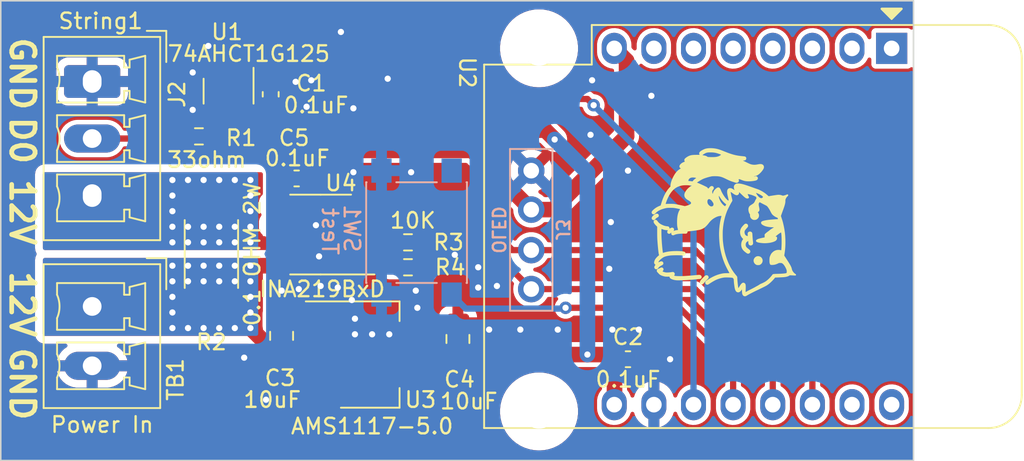
<source format=kicad_pcb>
(kicad_pcb (version 20221018) (generator pcbnew)
  (layers (0 "F.Cu" signal) (31 "B.Cu" signal) (34 "B.Paste" user) (35 "F.Paste" user) (36 "B.SilkS" user "B.Silkscreen") (37 "F.SilkS" user "F.Silkscreen") (38 "B.Mask" user) (39 "F.Mask" user) (44 "Edge.Cuts" user))
  (net 0 "")
  (net 1 "+5V")
  (net 2 "GND")
  (net 3 "VIN1")
  (net 4 "+3.3V")
  (net 5 "/DOUT1")
  (net 6 "VOUT1")
  (net 7 "I2C_SDA")
  (net 8 "I2C_SCL")
  (net 9 "Net-(R1-Pad2)")
  (net 10 "Net-(U4-A0)")
  (net 11 "Net-(U4-A1)")
  (net 12 "SW1")
  (net 13 "OUT1")
  (net 15 "IN1")
  (footprint "Resistor_SMD:R_2512_6332Metric_Pad1.40x3.35mm_HandSolder" (layer "F.Cu") (at 113 88.75 90)
    (fp_text reference "R2" (at -5.65 0 180) (layer "F.SilkS"))
    (fp_text value "0.1 OHM 2W" (at 0 2.62 90) (layer "F.SilkS"))
    (pad "1" smd roundrect (at -3.05 0 90) (size 1.4 3.35) (layers "F.Cu" "F.Paste" "F.Mask") (roundrect_rratio 0.1785707143) (net 3 "VIN1"))
    (pad "2" smd roundrect (at 3.05 0 90) (size 1.4 3.35) (layers "F.Cu" "F.Paste" "F.Mask") (roundrect_rratio 0.1785707143) (net 6 "VOUT1"))
  )
  (footprint "Scotts:chewi_15" (layer "F.Cu") (at 147 86.5 -90)
    (fp_text reference "G***")
    (fp_text value "LOGO" hide)
  )
  (footprint "Connector_Phoenix_MC:PhoenixContact_MCV_1,5_2-G-3.81_1x02_P3.81mm_Vertical" (layer "F.Cu") (at 105.3575 92.1125 -90)
    (fp_text reference "TB1" (at 4.6875 -5.3425 -90) (layer "F.SilkS"))
    (fp_text value "Power In" (at 7.5875 -0.6425 unlocked) (layer "F.SilkS"))
    (pad "1" thru_hole roundrect (at 0 0 270) (size 1.8 3.6) (drill 1.2) (layers "*.Cu" "*.Mask") (roundrect_rratio 0.1388888889) (net 3 "VIN1"))
    (pad "2" thru_hole oval (at 3.81 0 270) (size 1.8 3.6) (drill 1.2) (layers "*.Cu" "*.Mask") (net 2 "GND"))
  )
  (footprint "Resistor_SMD:R_0603_1608Metric_Pad0.98x0.95mm_HandSolder" (layer "F.Cu") (at 125.6 88)
    (fp_text reference "R3" (at 2.6 0) (layer "F.SilkS"))
    (fp_text value "10K" (at 0.3125 -1.4) (layer "F.SilkS"))
    (pad "1" smd roundrect (at -0.9125 0) (size 0.975 0.95) (layers "F.Cu" "F.Paste" "F.Mask") (net 10 "Net-(U4-A0)"))
    (pad "2" smd roundrect (at 0.9125 0) (size 0.975 0.95) (layers "F.Cu" "F.Paste" "F.Mask") (net 2 "GND"))
  )
  (footprint "Capacitor_SMD:C_0603_1608Metric_Pad1.08x0.95mm_HandSolder" (layer "F.Cu") (at 116.8 78.5 90)
    (fp_text reference "C1" (at 0.7 2.6 180) (layer "F.SilkS"))
    (fp_text value "0.1uF" (at -0.7 2.9 180) (layer "F.SilkS"))
    (pad "1" smd roundrect (at -0.8625 0 90) (size 1.075 0.95) (layers "F.Cu" "F.Paste" "F.Mask") (net 1 "+5V"))
    (pad "2" smd roundrect (at 0.8625 0 90) (size 1.075 0.95) (layers "F.Cu" "F.Paste" "F.Mask") (net 2 "GND"))
  )
  (footprint "Package_SO:TSOP-5_1.65x3.05mm_P0.95mm" (layer "F.Cu") (at 114.1 78.3 -90)
    (fp_text reference "U1" (at -3.8 0.1 -180) (layer "F.SilkS"))
    (fp_text value "74AHCT1G125" (at -2.4 -1.3 180) (layer "F.SilkS"))
    (pad "1" smd rect (at -1.16 -0.95 270) (size 0.7 0.51) (layers "F.Cu" "F.Paste" "F.Mask") (net 2 "GND"))
    (pad "2" smd rect (at -1.16 0 270) (size 0.7 0.51) (layers "F.Cu" "F.Paste" "F.Mask") (net 13 "OUT1"))
    (pad "3" smd rect (at -1.16 0.95 270) (size 0.7 0.51) (layers "F.Cu" "F.Paste" "F.Mask") (net 2 "GND"))
    (pad "4" smd rect (at 1.16 0.95 270) (size 0.7 0.51) (layers "F.Cu" "F.Paste" "F.Mask") (net 9 "Net-(R1-Pad2)"))
    (pad "5" smd rect (at 1.16 -0.95 270) (size 0.7 0.51) (layers "F.Cu" "F.Paste" "F.Mask") (net 1 "+5V"))
  )
  (footprint "Package_SO:SOIC-8_3.9x4.9mm_P1.27mm" (layer "F.Cu") (at 120 87.5 180)
    (fp_text reference "U4" (at -1.3 3.3) (layer "F.SilkS"))
    (fp_text value "INA219BxD" (at -0.1 -3.5) (layer "F.SilkS"))
    (pad "1" smd roundrect (at -2.475 -1.905 180) (size 1.95 0.6) (layers "F.Cu" "F.Paste" "F.Mask") (net 11 "Net-(U4-A1)"))
    (pad "2" smd roundrect (at -2.475 -0.635 180) (size 1.95 0.6) (layers "F.Cu" "F.Paste" "F.Mask") (net 10 "Net-(U4-A0)"))
    (pad "3" smd roundrect (at -2.475 0.635 180) (size 1.95 0.6) (layers "F.Cu" "F.Paste" "F.Mask") (net 7 "I2C_SDA"))
    (pad "4" smd roundrect (at -2.475 1.905 180) (size 1.95 0.6) (layers "F.Cu" "F.Paste" "F.Mask") (net 8 "I2C_SCL"))
    (pad "5" smd roundrect (at 2.475 1.905 180) (size 1.95 0.6) (layers "F.Cu" "F.Paste" "F.Mask") (net 4 "+3.3V"))
    (pad "6" smd roundrect (at 2.475 0.635 180) (size 1.95 0.6) (layers "F.Cu" "F.Paste" "F.Mask") (net 2 "GND"))
    (pad "7" smd roundrect (at 2.475 -0.635 180) (size 1.95 0.6) (layers "F.Cu" "F.Paste" "F.Mask") (net 6 "VOUT1"))
    (pad "8" smd roundrect (at 2.475 -1.905 180) (size 1.95 0.6) (layers "F.Cu" "F.Paste" "F.Mask") (net 3 "VIN1"))
  )
  (footprint "Capacitor_SMD:C_0805_2012Metric_Pad1.18x1.45mm_HandSolder" (layer "F.Cu") (at 128.8 94.2 90)
    (fp_text reference "C4" (at -2.6 0.1 180) (layer "F.SilkS"))
    (fp_text value "10uF" (at -4 0.7 180) (layer "F.SilkS"))
    (pad "1" smd roundrect (at -1.0375 0 90) (size 1.175 1.45) (layers "F.Cu" "F.Paste" "F.Mask") (roundrect_rratio 0.2127659574) (net 1 "+5V"))
    (pad "2" smd roundrect (at 1.0375 0 90) (size 1.175 1.45) (layers "F.Cu" "F.Paste" "F.Mask") (roundrect_rratio 0.2127659574) (net 2 "GND"))
  )
  (footprint "Resistor_SMD:R_0603_1608Metric_Pad0.98x0.95mm_HandSolder" (layer "F.Cu") (at 112.2 81.2)
    (fp_text reference "R1" (at 2.7 0.1) (layer "F.SilkS"))
    (fp_text value "33ohm" (at 0.5 1.5) (layer "F.SilkS"))
    (pad "1" smd roundrect (at -0.9125 0) (size 0.975 0.95) (layers "F.Cu" "F.Paste" "F.Mask") (net 5 "/DOUT1"))
    (pad "2" smd roundrect (at 0.9125 0) (size 0.975 0.95) (layers "F.Cu" "F.Paste" "F.Mask") (net 9 "Net-(R1-Pad2)"))
  )
  (footprint "Package_TO_SOT_SMD:SOT-223-3_TabPin2" (layer "F.Cu") (at 123.15 95.2)
    (fp_text reference "U3" (at 3.25 2.9) (layer "F.SilkS"))
    (fp_text value "AMS1117-5.0" (at 0.15 4.6) (layer "F.SilkS"))
    (pad "1" smd rect (at -3.15 -2.3) (size 2 1.5) (layers "F.Cu" "F.Paste" "F.Mask") (net 2 "GND"))
    (pad "2" smd rect (at -3.15 0) (size 2 1.5) (layers "F.Cu" "F.Paste" "F.Mask") (net 1 "+5V"))
    (pad "2" smd rect (at 3.15 0) (size 2 3.8) (layers "F.Cu" "F.Paste" "F.Mask") (net 1 "+5V"))
    (pad "3" smd rect (at -3.15 2.3) (size 2 1.5) (layers "F.Cu" "F.Paste" "F.Mask") (net 3 "VIN1"))
  )
  (footprint "Module:WEMOS_D1_mini_light" (layer "F.Cu") (at 156.6 75.555 -90)
    (fp_text reference "U2" (at 1.545 27.2 -90 unlocked) (layer "F.SilkS"))
    (fp_text value "WeMos_D1_mini")
    (pad "1" thru_hole rect (at 0 0 270) (size 2 2) (drill 1) (layers "*.Cu" "*.Mask"))
    (pad "2" thru_hole oval (at 0 2.54 270) (size 2 1.6) (drill 1) (layers "*.Cu" "*.Mask") (net 15 "IN1"))
    (pad "3" thru_hole oval (at 0 5.08 270) (size 2 1.6) (drill 1) (layers "*.Cu" "*.Mask"))
    (pad "4" thru_hole oval (at 0 7.62 270) (size 2 1.6) (drill 1) (layers "*.Cu" "*.Mask"))
    (pad "5" thru_hole oval (at 0 10.16 270) (size 2 1.6) (drill 1) (layers "*.Cu" "*.Mask"))
    (pad "6" thru_hole oval (at 0 12.7 270) (size 2 1.6) (drill 1) (layers "*.Cu" "*.Mask"))
    (pad "7" thru_hole oval (at 0 15.24 270) (size 2 1.6) (drill 1) (layers "*.Cu" "*.Mask"))
    (pad "8" thru_hole oval (at 0 17.78 270) (size 2 1.6) (drill 1) (layers "*.Cu" "*.Mask") (net 4 "+3.3V"))
    (pad "9" thru_hole oval (at 22.86 17.78 270) (size 2 1.6) (drill 1) (layers "*.Cu" "*.Mask") (net 1 "+5V"))
    (pad "10" thru_hole oval (at 22.86 15.24 270) (size 2 1.6) (drill 1) (layers "*.Cu" "*.Mask") (net 2 "GND"))
    (pad "11" thru_hole oval (at 22.86 12.7 270) (size 2 1.6) (drill 1) (layers "*.Cu" "*.Mask") (net 13 "OUT1"))
    (pad "12" thru_hole oval (at 22.86 10.16 270) (size 2 1.6) (drill 1) (layers "*.Cu" "*.Mask") (net 12 "SW1"))
    (pad "13" thru_hole oval (at 22.86 7.62 270) (size 2 1.6) (drill 1) (layers "*.Cu" "*.Mask") (net 7 "I2C_SDA"))
    (pad "14" thru_hole oval (at 22.86 5.08 270) (size 2 1.6) (drill 1) (layers "*.Cu" "*.Mask") (net 8 "I2C_SCL"))
    (pad "15" thru_hole oval (at 22.86 2.54 270) (size 2 1.6) (drill 1) (layers "*.Cu" "*.Mask"))
    (pad "16" thru_hole oval (at 22.86 0 270) (size 2 1.6) (drill 1) (layers "*.Cu" "*.Mask"))
  )
  (footprint "Capacitor_SMD:C_0603_1608Metric_Pad1.08x0.95mm_HandSolder" (layer "F.Cu") (at 118.4625 83.9)
    (fp_text reference "C5" (at -0.1625 -2.6) (layer "F.SilkS"))
    (fp_text value "0.1uF" (at 0.0375 -1.3) (layer "F.SilkS"))
    (pad "1" smd roundrect (at -0.8625 0) (size 1.075 0.95) (layers "F.Cu" "F.Paste" "F.Mask") (net 4 "+3.3V"))
    (pad "2" smd roundrect (at 0.8625 0) (size 1.075 0.95) (layers "F.Cu" "F.Paste" "F.Mask") (net 2 "GND"))
  )
  (footprint "Capacitor_SMD:C_0603_1608Metric_Pad1.08x0.95mm_HandSolder" (layer "F.Cu") (at 139.7 95.5)
    (fp_text reference "C2" (at 0 -1.43) (layer "F.SilkS"))
    (fp_text value "0.1uF" (at 0 1.3) (layer "F.SilkS"))
    (pad "1" smd roundrect (at -0.8625 0) (size 1.075 0.95) (layers "F.Cu" "F.Paste" "F.Mask") (net 1 "+5V"))
    (pad "2" smd roundrect (at 0.8625 0) (size 1.075 0.95) (layers "F.Cu" "F.Paste" "F.Mask") (net 2 "GND"))
  )
  (footprint "Capacitor_SMD:C_0805_2012Metric_Pad1.18x1.45mm_HandSolder" (layer "F.Cu") (at 117.5 94 90)
    (fp_text reference "C3" (at -2.7 -0.1 180) (layer "F.SilkS"))
    (fp_text value "10uF" (at -4.1 -0.6 180) (layer "F.SilkS"))
    (pad "1" smd roundrect (at -1.0375 0 90) (size 1.175 1.45) (layers "F.Cu" "F.Paste" "F.Mask") (roundrect_rratio 0.2127659574) (net 3 "VIN1"))
    (pad "2" smd roundrect (at 1.0375 0 90) (size 1.175 1.45) (layers "F.Cu" "F.Paste" "F.Mask") (roundrect_rratio 0.2127659574) (net 2 "GND"))
  )
  (footprint "Resistor_SMD:R_0603_1608Metric_Pad0.98x0.95mm_HandSolder" (layer "F.Cu") (at 125.6 89.6)
    (fp_text reference "R4" (at 2.7 0) (layer "F.SilkS"))
    (fp_text value "10K")
    (pad "1" smd roundrect (at -0.9125 0) (size 0.975 0.95) (layers "F.Cu" "F.Paste" "F.Mask") (net 11 "Net-(U4-A1)"))
    (pad "2" smd roundrect (at 0.9125 0) (size 0.975 0.95) (layers "F.Cu" "F.Paste" "F.Mask") (net 2 "GND"))
  )
  (footprint "Scotts:PhoenixContact_MCV_3.81mm_3.5mm_1x03_Vertical" (layer "F.Cu") (at 105.3575 77.53 -90)
    (fp_text reference "J2" (at 0.97 -5.4425 90 unlocked) (layer "F.SilkS"))
    (fp_text value "String1" (at -3.73 -0.5425 unlocked) (layer "F.SilkS"))
    (pad "1" thru_hole roundrect (at 0.15 0 270) (size 2.1 3.6) (drill oval 1.45 1.2) (layers "*.Cu" "*.Mask") (roundrect_rratio 0.1388890476) (net 2 "GND"))
    (pad "2" thru_hole oval (at 3.81 0 270) (size 1.8 3.6) (drill 1.2) (layers "*.Cu" "*.Mask") (net 5 "/DOUT1"))
    (pad "3" thru_hole oval (at 7.47 0 270) (size 2.1 3.6) (drill oval 1.45 1.2) (layers "*.Cu" "*.Mask") (net 6 "VOUT1"))
  )
  (footprint "Scotts:OLED-SSD1306-128X64-I2C-THT_2HOLE" (layer "B.Cu") (at 133.5 87.2 -90)
    (fp_text reference "J3" hide)
    (fp_text value "OLED" (at 0 2.1 -90 unlocked) (layer "B.SilkS") (effects (font (size 0.8 0.8)) (justify mirror)))
    (fp_text user "${REFERENCE}" (at 0 -2 -90 unlocked) (layer "B.SilkS") (effects (font (size 0.8 0.8)) (justify mirror)))
    (pad "" np_thru_hole circle (at -11.65 -0.5 270) (size 2.2 2.2) (drill 2.2) (layers "*.Cu" "*.Mask") (clearance 1.4))
    (pad "" np_thru_hole circle (at 11.65 -0.5 270) (size 2.2 2.2) (drill 2.2) (layers "*.Cu" "*.Mask") (clearance 1.4))
    (pad "1" thru_hole circle (at 3.8 0 270) (size 1.7 1.7) (drill 1) (layers "*.Cu" "*.Mask") (net 7 "I2C_SDA"))
    (pad "2" thru_hole circle (at 1.3 0 270) (size 1.7 1.7) (drill 1) (layers "*.Cu" "*.Mask") (net 8 "I2C_SCL"))
    (pad "3" thru_hole circle (at -1.3 0 270) (size 1.7 1.7) (drill 1) (layers "*.Cu" "*.Mask") (net 4 "+3.3V"))
    (pad "4" thru_hole circle (at -3.8 0 270) (size 1.7 1.7) (drill 1) (layers "*.Cu" "*.Mask") (net 2 "GND"))
  )
  (footprint "Button_Switch_SMD:SW_Push_1P1T_NO_6x6mm_H9.5mm" (layer "B.Cu") (at 126.15 87.375 90)
    (fp_text reference "SW1" (at 0.275 -4.15 270 unlocked) (layer "B.SilkS") (effects (justify mirror)))
    (fp_text value "Test" (at 0.075 -5.55 270 unlocked) (layer "B.SilkS") (effects (justify mirror)))
    (pad "1" smd rect (at -3.975 2.25 90) (size 1.55 1.3) (layers "B.Cu" "B.Paste" "B.Mask") (net 12 "SW1"))
    (pad "1" smd rect (at 3.975 2.25 90) (size 1.55 1.3) (layers "B.Cu" "B.Paste" "B.Mask") (net 12 "SW1"))
    (pad "2" smd rect (at -3.975 -2.25 90) (size 1.55 1.3) (layers "B.Cu" "B.Paste" "B.Mask") (net 2 "GND"))
    (pad "2" smd rect (at 3.975 -2.25 90) (size 1.55 1.3) (layers "B.Cu" "B.Paste" "B.Mask") (net 2 "GND"))
  )
  (gr_rect (start 99.5 72.5) (end 158 102) (stroke (width 0.1)) (fill none) (layer "Edge.Cuts"))
  (gr_text "12V" (at 100 83.8 -90) (layer "F.SilkS") (effects (font (size 1.5 1.5) (thickness 0.3) bold) (justify left bottom)))
  (gr_text "GND" (at 100 74.7 270) (layer "F.SilkS") (effects (font (size 1.5 1.5) (thickness 0.3) bold) (justify left bottom)))
  (gr_text "GND" (at 100 94.6 270) (layer "F.SilkS") (effects (font (size 1.5 1.5) (thickness 0.3) bold) (justify left bottom)))
  (gr_text "12V" (at 100 89.7 -90) (layer "F.SilkS") (effects (font (size 1.5 1.5) (thickness 0.3) bold) (justify left bottom)))
  (gr_text "D0" (at 100 79.8 270) (layer "F.SilkS") (effects (font (size 1.5 1.5) (thickness 0.3) bold) (justify left bottom)))
  (segment (start 126.3 95.2) (end 120 95.2) (width 1) (layer "F.Cu") (net 1))
  (segment (start 135 81.4) (end 134.4 80.8) (width 1) (layer "F.Cu") (net 1))
  (segment (start 138.8375 95.5) (end 138.8375 98.3975) (width 1) (layer "F.Cu") (net 1))
  (segment (start 128.7625 95.2) (end 126.3 95.2) (width 1) (layer "F.Cu") (net 1))
  (segment (start 138.8375 98.3975) (end 138.82 98.415) (width 1) (layer "F.Cu") (net 1))
  (segment (start 128.8 95.2375) (end 128.7625 95.2) (width 1) (layer "F.Cu") (net 1))
  (segment (start 128.8375 95.2) (end 128.8 95.2375) (width 1) (layer "F.Cu") (net 1))
  (segment (start 118.2375 80.8) (end 116.8 79.3625) (width 1) (layer "F.Cu") (net 1))
  (segment (start 115.05 79.46) (end 116.7025 79.46) (width 1) (layer "F.Cu") (net 1))
  (segment (start 137.1 95.2) (end 128.8375 95.2) (width 1) (layer "F.Cu") (net 1))
  (segment (start 116.7025 79.46) (end 116.8 79.3625) (width 1) (layer "F.Cu") (net 1))
  (segment (start 138.8375 95.5) (end 138.5375 95.2) (width 1) (layer "F.Cu") (net 1))
  (segment (start 138.5375 95.2) (end 137.1 95.2) (width 1) (layer "F.Cu") (net 1))
  (segment (start 134.4 80.8) (end 118.2375 80.8) (width 1) (layer "F.Cu") (net 1))
  (via (at 137.1 95.2) (size 0.8) (drill 0.4) (layers "F.Cu" "B.Cu") (net 1))
  (via (at 135 81.4) (size 0.8) (drill 0.4) (layers "F.Cu" "B.Cu") (net 1))
  (segment (start 137.1 83.5) (end 137.1 95.2) (width 1) (layer "B.Cu") (net 1))
  (segment (start 135 81.4) (end 137.1 83.5) (width 1) (layer "B.Cu") (net 1))
  (segment (start 119.4 86.6) (end 119.4 83.975) (width 0.4) (layer "F.Cu") (net 2))
  (segment (start 119.7 86.9) (end 119.4 86.6) (width 0.4) (layer "F.Cu") (net 2))
  (segment (start 119.665 86.865) (end 119.7 86.9) (width 0.4) (layer "F.Cu") (net 2))
  (segment (start 119.4 83.975) (end 119.325 83.9) (width 0.4) (layer "F.Cu") (net 2))
  (segment (start 117.525 86.865) (end 119.665 86.865) (width 0.4) (layer "F.Cu") (net 2))
  (via (at 119.9 88.9) (size 0.8) (drill 0.4) (layers "F.Cu" "B.Cu") (net 2))
  (via (at 124.4 93.9) (size 0.8) (drill 0.4) (layers "F.Cu" "B.Cu") (net 2))
  (via (at 116.5 98.1) (size 0.8) (drill 0.4) (layers "F.Cu" "B.Cu") (net 2))
  (via (at 118.6 91) (size 0.8) (drill 0.4) (layers "F.Cu" "B.Cu") (net 2))
  (via (at 111.8 79.5) (size 0.8) (drill 0.4) (layers "F.Cu" "B.Cu") (net 2))
  (via (at 122.2 93.9) (size 0.8) (drill 0.4) (layers "F.Cu" "B.Cu") (net 2))
  (via (at 121.1 90.9) (size 0.8) (drill 0.4) (layers "F.Cu" "B.Cu") (net 2))
  (via (at 115.1 95.4) (size 0.8) (drill 0.4) (layers "F.Cu" "B.Cu") (net 2))
  (via (at 138.7 93.6) (size 0.8) (drill 0.4) (layers "F.Cu" "B.Cu") (net 2))
  (via (at 111.8 77.1) (size 0.8) (drill 0.4) (layers "F.Cu" "B.Cu") (net 2))
  (via (at 130.1 89.6) (size 0.8) (drill 0.4) (layers "F.Cu" "B.Cu") (net 2))
  (via (at 112.8 75.4) (size 0.8) (drill 0.4) (layers "F.Cu" "B.Cu") (net 2))
  (via (at 122.1 79.4) (size 0.8) (drill 0.4) (layers "F.Cu" "B.Cu") (net 2))
  (via (at 130.1 90.9) (size 0.8) (drill 0.4) (layers "F.Cu" "B.Cu") (net 2))
  (via (at 119.4 77.6) (size 0.8) (drill 0.4) (layers "F.Cu" "B.Cu") (net 2))
  (via (at 119.1 79.3) (size 0.8) (drill 0.4) (layers "F.Cu" "B.Cu") (net 2))
  (via (at 119.7 86.9) (size 0.8) (drill 0.4) (layers "F.Cu" "B.Cu") (net 2))
  (via (at 132.8 93.6) (size 0.8) (drill 0.4) (layers "F.Cu" "B.Cu") (net 2))
  (via (at 122.2 92.9) (size 0.8) (drill 0.4) (layers "F.Cu" "B.Cu") (net 2))
  (via (at 140.4 93.6) (size 0.8) (drill 0.4) (layers "F.Cu" "B.Cu") (net 2))
  (via (at 137.3 81.1) (size 0.8) (drill 0.4) (layers "F.Cu" "B.Cu") (net 2))
  (via (at 135.2 93.6) (size 0.8) (drill 0.4) (layers "F.Cu" "B.Cu") (net 2))
  (via (at 138.5 89.7) (size 0.8) (drill 0.4) (layers "F.Cu" "B.Cu") (net 2))
  (via (at 126.2 92.2) (size 0.8) (drill 0.4) (layers "F.Cu" "B.Cu") (net 2))
  (via (at 139.7 83.4) (size 0.8) (drill 0.4) (layers "F.Cu" "B.Cu") (net 2))
  (via (at 118.4 77.7) (size 0.8) (drill 0.4) (layers "F.Cu" "B.Cu") (net 2))
  (via (at 138.6 86.7) (size 0.8) (drill 0.4) (layers "F.Cu" "B.Cu") (net 2))
  (via (at 122 91.7) (size 0.8) (drill 0.4) (layers "F.Cu" "B.Cu") (net 2))
  (via (at 124.3 77.5) (size 0.8) (drill 0.4) (layers "F.Cu" "B.Cu") (net 2))
  (via (at 142.4 95.5) (size 0.8) (drill 0.4) (layers "F.Cu" "B.Cu") (net 2))
  (via (at 130.8 93.6) (size 0.8) (drill 0.4) (layers "F.Cu" "B.Cu") (net 2))
  (via (at 128.6 88.8) (size 0.8) (drill 0.4) (layers "F.Cu" "B.Cu") (net 2))
  (via (at 117.5 91.1) (size 0.8) (drill 0.4) (layers "F.Cu" "B.Cu") (net 2))
  (via (at 137.4 77.6) (size 0.8) (drill 0.4) (layers "F.Cu" "B.Cu") (net 2))
  (via (at 125.8 83.5) (size 0.8) (drill 0.4) (layers "F.Cu" "B.Cu") (net 2))
  (via (at 122.1 83.5) (size 0.8) (drill 0.4) (layers "F.Cu" "B.Cu") (net 2))
  (via (at 141.2 78.6) (size 0.8) (drill 0.4) (layers "F.Cu" "B.Cu") (net 2))
  (via (at 131.3 90.8) (size 0.8) (drill 0.4) (layers "F.Cu" "B.Cu") (net 2))
  (via (at 121.3 74.5) (size 0.8) (drill 0.4) (layers "F.Cu" "B.Cu") (net 2))
  (via (at 126.1 91.1) (size 0.8) (drill 0.4) (layers "F.Cu" "B.Cu") (net 2))
  (via (at 120 90.8) (size 0.8) (drill 0.4) (layers "F.Cu" "B.Cu") (net 2))
  (via (at 123.3 93.9) (size 0.8) (drill 0.4) (layers "F.Cu" "B.Cu") (net 2))
  (segment (start 123.775 91) (end 123.75 90.975) (width 0.4) (layer "B.Cu") (net 2))
  (segment (start 125.1 91) (end 123.775 91) (width 0.4) (layer "B.Cu") (net 2))
  (segment (start 120 97.5) (end 118 97.5) (width 1) (layer "F.Cu") (net 3))
  (segment (start 117.5 95.0375) (end 117.0375 95.0375) (width 1) (layer "F.Cu") (net 3))
  (segment (start 118 97.5) (end 117.5 97) (width 1) (layer "F.Cu") (net 3))
  (segment (start 117.0375 95.0375) (end 115.5 93.5) (width 1) (layer "F.Cu") (net 3))
  (segment (start 117.5 97) (end 117.5 95.0375) (width 1) (layer "F.Cu") (net 3))
  (via (at 113.5 90.5) (size 0.8) (drill 0.4) (layers "F.Cu" "B.Cu") (net 3))
  (via (at 114.5 90.5) (size 0.8) (drill 0.4) (layers "F.Cu" "B.Cu") (net 3))
  (via (at 112.5 93.5) (size 0.8) (drill 0.4) (layers "F.Cu" "B.Cu") (net 3))
  (via (at 115.5 92.5) (size 0.8) (drill 0.4) (layers "F.Cu" "B.Cu") (net 3))
  (via (at 115.5 89.5) (size 0.8) (drill 0.4) (layers "F.Cu" "B.Cu") (net 3))
  (via (at 111.5 93.5) (size 0.8) (drill 0.4) (layers "F.Cu" "B.Cu") (net 3))
  (via (at 113.5 89.5) (size 0.8) (drill 0.4) (layers "F.Cu" "B.Cu") (net 3))
  (via (at 111.5 90.5) (size 0.8) (drill 0.4) (layers "F.Cu" "B.Cu") (net 3))
  (via (at 112.5 89.5) (size 0.8) (drill 0.4) (layers "F.Cu" "B.Cu") (net 3))
  (via (at 113.5 93.5) (size 0.8) (drill 0.4) (layers "F.Cu" "B.Cu") (net 3))
  (via (at 110.5 89.5) (size 0.8) (drill 0.4) (layers "F.Cu" "B.Cu") (net 3))
  (via (at 114.5 89.5) (size 0.8) (drill 0.4) (layers "F.Cu" "B.Cu") (net 3))
  (via (at 114.5 93.5) (size 0.8) (drill 0.4) (layers "F.Cu" "B.Cu") (net 3))
  (via (at 110.5 93.5) (size 0.8) (drill 0.4) (layers "F.Cu" "B.Cu") (net 3))
  (via (at 115.5 93.5) (size 0.8) (drill 0.4) (layers "F.Cu" "B.Cu") (net 3))
  (via (at 111.5 89.5) (size 0.8) (drill 0.4) (layers "F.Cu" "B.Cu") (net 3))
  (via (at 115.5 91.5) (size 0.8) (drill 0.4) (layers "F.Cu" "B.Cu") (net 3))
  (via (at 115.5 90.5) (size 0.8) (drill 0.4) (layers "F.Cu" "B.Cu") (net 3))
  (via (at 110.5 91.5) (size 0.8) (drill 0.4) (layers "F.Cu" "B.Cu") (net 3))
  (via (at 110.5 90.5) (size 0.8) (drill 0.4) (layers "F.Cu" "B.Cu") (net 3))
  (via (at 112.5 90.5) (size 0.8) (drill 0.4) (layers "F.Cu" "B.Cu") (net 3))
  (via (at 110.5 92.5) (size 0.8) (drill 0.4) (layers "F.Cu" "B.Cu") (net 3))
  (segment (start 134.9 85.9) (end 133.5 85.9) (width 1) (layer "F.Cu") (net 4))
  (segment (start 129.7 82.1) (end 133.5 85.9) (width 1) (layer "F.Cu") (net 4))
  (segment (start 117.6 83.9) (end 117.6 82.5) (width 1) (layer "F.Cu") (net 4))
  (segment (start 117.525 83.975) (end 117.6 83.9) (width 1) (layer "F.Cu") (net 4))
  (segment (start 139.61 76.345) (end 139.61 81.19) (width 1) (layer "F.Cu") (net 4))
  (segment (start 117.6 82.5) (end 118 82.1) (width 1) (layer "F.Cu") (net 4))
  (segment (start 117.525 85.595) (end 117.525 83.975) (width 1) (layer "F.Cu") (net 4))
  (segment (start 139.61 81.19) (end 134.9 85.9) (width 1) (layer "F.Cu") (net 4))
  (segment (start 138.82 75.555) (end 139.61 76.345) (width 1) (layer "F.Cu") (net 4))
  (segment (start 118 82.1) (end 129.7 82.1) (width 1) (layer "F.Cu") (net 4))
  (segment (start 111.1475 81.34) (end 105.3575 81.34) (width 0.4) (layer "F.Cu") (net 5))
  (segment (start 111.2875 81.2) (end 111.1475 81.34) (width 0.4) (layer "F.Cu") (net 5))
  (via (at 115.5 86) (size 0.8) (drill 0.4) (layers "F.Cu" "B.Cu") (net 6))
  (via (at 115.5 85) (size 0.8) (drill 0.4) (layers "F.Cu" "B.Cu") (net 6))
  (via (at 112.5 84) (size 0.8) (drill 0.4) (layers "F.Cu" "B.Cu") (net 6))
  (via (at 111.5 84) (size 0.8) (drill 0.4) (layers "F.Cu" "B.Cu") (net 6))
  (via (at 115.5 84) (size 0.8) (drill 0.4) (layers "F.Cu" "B.Cu") (net 6))
  (via (at 115.5 87) (size 0.8) (drill 0.4) (layers "F.Cu" "B.Cu") (net 6))
  (via (at 110.5 85) (size 0.8) (drill 0.4) (layers "F.Cu" "B.Cu") (net 6))
  (via (at 112.5 88) (size 0.8) (drill 0.4) (layers "F.Cu" "B.Cu") (net 6))
  (via (at 114.5 84) (size 0.8) (drill 0.4) (layers "F.Cu" "B.Cu") (net 6))
  (via (at 110.5 86) (size 0.8) (drill 0.4) (layers "F.Cu" "B.Cu") (net 6))
  (via (at 111.5 88) (size 0.8) (drill 0.4) (layers "F.Cu" "B.Cu") (net 6))
  (via (at 113.5 88) (size 0.8) (drill 0.4) (layers "F.Cu" "B.Cu") (net 6))
  (via (at 110.5 88) (size 0.8) (drill 0.4) (layers "F.Cu" "B.Cu") (net 6))
  (via (at 110.5 87) (size 0.8) (drill 0.4) (layers "F.Cu" "B.Cu") (net 6))
  (via (at 111.5 87) (size 0.8) (drill 0.4) (layers "F.Cu" "B.Cu") (net 6))
  (via (at 115.5 88) (size 0.8) (drill 0.4) (layers "F.Cu" "B.Cu") (net 6))
  (via (at 110.5 84) (size 0.8) (drill 0.4) (layers "F.Cu" "B.Cu") (net 6))
  (via (at 114.5 87) (size 0.8) (drill 0.4) (layers "F.Cu" "B.Cu") (net 6))
  (via (at 113.5 84) (size 0.8) (drill 0.4) (layers "F.Cu" "B.Cu") (net 6))
  (via (at 113.5 87) (size 0.8) (drill 0.4) (layers "F.Cu" "B.Cu") (net 6))
  (via (at 112.5 87) (size 0.8) (drill 0.4) (layers "F.Cu" "B.Cu") (net 6))
  (via (at 114.5 88) (size 0.8) (drill 0.4) (layers "F.Cu" "B.Cu") (net 6))
  (segment (start 148.98 98.415) (end 148.98 95.98) (width 0.4) (layer "F.Cu") (net 7))
  (segment (start 144 91) (end 133.5 91) (width 0.4) (layer "F.Cu") (net 7))
  (segment (start 122.475 86.865) (end 129.365 86.865) (width 0.4) (layer "F.Cu") (net 7))
  (segment (start 129.365 86.865) (end 133.5 91) (width 0.4) (layer "F.Cu") (net 7))
  (segment (start 148.98 95.98) (end 144 91) (width 0.4) (layer "F.Cu") (net 7))
  (segment (start 129.395 85.595) (end 132.3 88.5) (width 0.4) (layer "F.Cu") (net 8))
  (segment (start 132.3 88.5) (end 133.5 88.5) (width 0.4) (layer "F.Cu") (net 8))
  (segment (start 122.475 85.595) (end 129.395 85.595) (width 0.4) (layer "F.Cu") (net 8))
  (segment (start 133.5 88.5) (end 144 88.5) (width 0.4) (layer "F.Cu") (net 8))
  (segment (start 151.52 96.02) (end 151.52 98.415) (width 0.4) (layer "F.Cu") (net 8))
  (segment (start 144 88.5) (end 151.52 96.02) (width 0.4) (layer "F.Cu") (net 8))
  (segment (start 113.15 81.1625) (end 113.1125 81.2) (width 0.4) (layer "F.Cu") (net 9))
  (segment (start 113.15 79.46) (end 113.15 81.1625) (width 0.4) (layer "F.Cu") (net 9))
  (segment (start 122.475 88.135) (end 124.5525 88.135) (width 0.4) (layer "F.Cu") (net 10))
  (segment (start 124.5525 88.135) (end 124.6875 88) (width 0.4) (layer "F.Cu") (net 10))
  (segment (start 124.4925 89.405) (end 124.6875 89.6) (width 0.4) (layer "F.Cu") (net 11))
  (segment (start 122.475 89.405) (end 124.4925 89.405) (width 0.4) (layer "F.Cu") (net 11))
  (segment (start 146.44 95.64) (end 143 92.2) (width 0.4) (layer "F.Cu") (net 12))
  (segment (start 143 92.2) (end 135.7 92.2) (width 0.4) (layer "F.Cu") (net 12))
  (segment (start 146.44 98.415) (end 146.44 95.64) (width 0.4) (layer "F.Cu") (net 12))
  (via (at 135.7 92.2) (size 0.8) (drill 0.4) (layers "F.Cu" "B.Cu") (net 12))
  (segment (start 135.65 92.25) (end 129.3 92.25) (width 0.4) (layer "B.Cu") (net 12))
  (segment (start 135.7 92.2) (end 135.65 92.25) (width 0.4) (layer "B.Cu") (net 12))
  (segment (start 129.3 92.25) (end 128.4 91.35) (width 0.4) (layer "B.Cu") (net 12))
  (segment (start 120.4 75.6) (end 114.6 75.6) (width 0.4) (layer "F.Cu") (net 13))
  (segment (start 137.1 78.8) (end 123.6 78.8) (width 0.4) (layer "F.Cu") (net 13))
  (segment (start 137.5 79.2) (end 137.1 78.8) (width 0.4) (layer "F.Cu") (net 13))
  (segment (start 114.6 75.6) (end 114.1 76.1) (width 0.4) (layer "F.Cu") (net 13))
  (segment (start 123.6 78.8) (end 120.4 75.6) (width 0.4) (layer "F.Cu") (net 13))
  (segment (start 114.1 76.1) (end 114.1 77.14) (width 0.4) (layer "F.Cu") (net 13))
  (via (at 137.5 79.2) (size 0.8) (drill 0.4) (layers "F.Cu" "B.Cu") (net 13))
  (segment (start 143.9 85.6) (end 137.5 79.2) (width 0.4) (layer "B.Cu") (net 13))
  (segment (start 143.9 98.415) (end 143.9 85.6) (width 0.4) (layer "B.Cu") (net 13))
  (zone (net 6) (net_name "VOUT1") (layer "F.Cu") (priority 4) (connect_pads yes (clearance 0.5)) (min_thickness 0.25) (fill yes (thermal_gap 0.5) (thermal_bridge_width 0.5))
    (polygon (pts (xy 102.2 83.5) (xy 116.3 83.5) (xy 116.3 87.6) (xy 118.7 87.6) (xy 118.7 88.5) (xy 102.2 88.5)))
  )
  (zone (net 2) (net_name "GND") (layer "F.Cu") (priority 3) (connect_pads (clearance 0.3)) (min_thickness 0.25) (fill yes (thermal_gap 0.5) (thermal_bridge_width 0.7))
    (polygon (pts (xy 99.5 72.5) (xy 158 72.5) (xy 158 102) (xy 99.5 102)))
  )
  (zone (net 3) (net_name "VIN1") (layer "F.Cu") (priority 4) (connect_pads yes (clearance 0.5)) (min_thickness 0.25) (fill yes (thermal_gap 0.5) (thermal_bridge_width 0.5))
    (polygon (pts (xy 102.2 94) (xy 116.3 94) (xy 116.3 90) (xy 118.7 90) (xy 118.7 89) (xy 102.2 89)))
  )
  (zone (net 2) (net_name "GND") (layer "B.Cu") (priority 3) (connect_pads (clearance 0.5)) (min_thickness 0.25) (fill yes (thermal_gap 0.5) (thermal_bridge_width 0.7))
    (polygon (pts (xy 99.5 72.5) (xy 158 72.5) (xy 158 102) (xy 99.5 102)))
  )
  (zone (net 6) (net_name "VOUT1") (layer "B.Cu") (priority 4) (connect_pads yes (clearance 0.5)) (min_thickness 0.25) (fill yes (thermal_gap 0.5) (thermal_bridge_width 0.5))
    (polygon (pts (xy 102.2 83.5) (xy 116 83.5) (xy 116 88.5) (xy 102.2 88.5)))
  )
  (zone (net 3) (net_name "VIN1") (layer "B.Cu") (priority 4) (connect_pads yes (clearance 0.5)) (min_thickness 0.25) (fill yes (thermal_gap 0.5) (thermal_bridge_width 0.5))
    (polygon (pts (xy 102.2 89) (xy 116 89) (xy 116 94) (xy 102.2 94)))
  )
)
</source>
